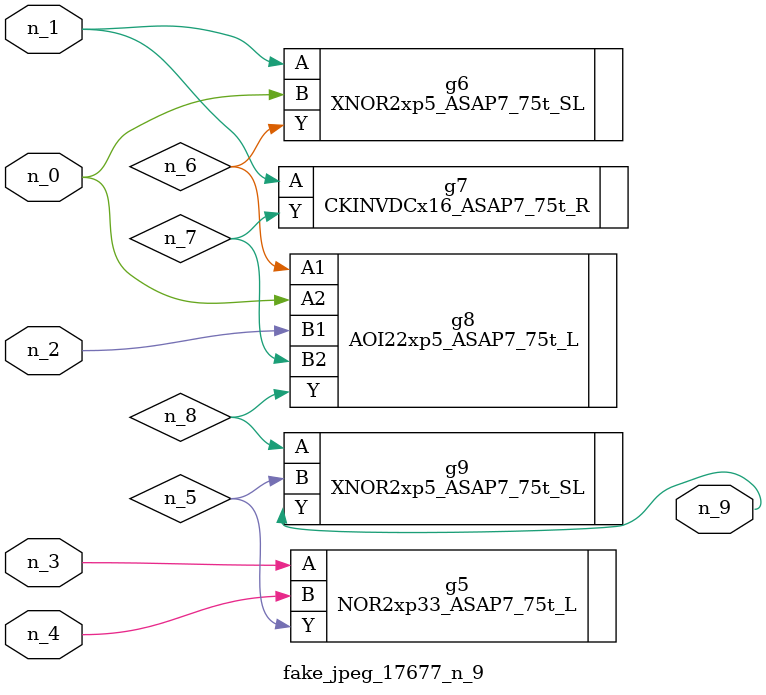
<source format=v>
module fake_jpeg_17677_n_9 (n_3, n_2, n_1, n_0, n_4, n_9);

input n_3;
input n_2;
input n_1;
input n_0;
input n_4;

output n_9;

wire n_8;
wire n_6;
wire n_5;
wire n_7;

NOR2xp33_ASAP7_75t_L g5 ( 
.A(n_3),
.B(n_4),
.Y(n_5)
);

XNOR2xp5_ASAP7_75t_SL g6 ( 
.A(n_1),
.B(n_0),
.Y(n_6)
);

CKINVDCx16_ASAP7_75t_R g7 ( 
.A(n_1),
.Y(n_7)
);

AOI22xp5_ASAP7_75t_L g8 ( 
.A1(n_6),
.A2(n_0),
.B1(n_2),
.B2(n_7),
.Y(n_8)
);

XNOR2xp5_ASAP7_75t_SL g9 ( 
.A(n_8),
.B(n_5),
.Y(n_9)
);


endmodule
</source>
